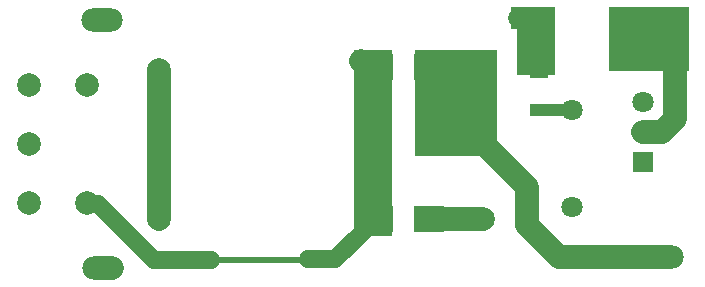
<source format=gbl>
G04*
G04 #@! TF.GenerationSoftware,Altium Limited,Altium Designer,22.10.1 (41)*
G04*
G04 Layer_Physical_Order=2*
G04 Layer_Color=16711680*
%FSLAX44Y44*%
%MOMM*%
G71*
G04*
G04 #@! TF.SameCoordinates,2E0DDC9F-B89A-4235-B925-374E8A91578C*
G04*
G04*
G04 #@! TF.FilePolarity,Positive*
G04*
G01*
G75*
%ADD16C,2.0000*%
%ADD17C,1.0000*%
%ADD18O,3.5000X2.0000*%
%ADD19R,1.8000X1.8000*%
%ADD20C,1.8000*%
%ADD21C,2.0000*%
%ADD22C,1.5000*%
%ADD23R,1.0000X1.6000*%
%ADD24R,2.5000X2.3000*%
%ADD25R,1.6000X1.0000*%
%ADD26R,1.8000X1.4500*%
%ADD27C,1.5000*%
%ADD28C,0.5000*%
%ADD29R,6.7348X5.3800*%
%ADD30R,3.5200X1.9100*%
%ADD31R,6.9042X9.0800*%
%ADD32R,3.2700X15.8400*%
%ADD33R,3.2900X5.7900*%
D16*
X195000Y20000D02*
X203100D01*
X242500Y62000D02*
Y188000D01*
X554400Y56750D02*
Y89000D01*
X581150Y30000D02*
X670000D01*
X554400Y56750D02*
X581150Y30000D01*
X652600Y135100D02*
X668384D01*
X680100Y146816D01*
Y208284D01*
X677500Y210884D02*
X680100Y208284D01*
X670000Y220000D02*
X677500D01*
Y210884D02*
Y220000D01*
X669200Y217400D02*
X673100Y221300D01*
X471500Y62000D02*
X517500D01*
X418484Y191600D02*
X427000D01*
X428500Y190100D01*
X414284Y195800D02*
X418484Y191600D01*
X509678Y133722D02*
X554400Y89000D01*
D17*
X568000Y154000D02*
X568300Y153700D01*
X592400D01*
X565000Y154000D02*
X568000D01*
D18*
X195300Y20000D02*
D03*
X195000Y230000D02*
D03*
X670000Y220000D02*
D03*
Y30000D02*
D03*
D19*
X652600Y109700D02*
D03*
D20*
Y135100D02*
D03*
Y160500D02*
D03*
X592400Y153700D02*
D03*
Y71700D02*
D03*
X670000Y30000D02*
D03*
Y220000D02*
D03*
X195000Y230000D02*
D03*
Y20000D02*
D03*
D21*
X242500Y188000D02*
D03*
X517500D02*
D03*
X182000Y75100D02*
D03*
Y175100D02*
D03*
X132500D02*
D03*
Y75100D02*
D03*
Y125100D02*
D03*
X242500Y62000D02*
D03*
X517500D02*
D03*
D22*
X546200Y231600D02*
D03*
D23*
X434000Y126100D02*
D03*
X466000D02*
D03*
D24*
X471500Y62000D02*
D03*
X428500D02*
D03*
Y190100D02*
D03*
X471500D02*
D03*
D25*
X565000Y154000D02*
D03*
Y186000D02*
D03*
D26*
X632750Y209450D02*
D03*
X567250D02*
D03*
X632750Y233950D02*
D03*
X567250D02*
D03*
D27*
X191257Y74143D02*
X238329Y27071D01*
X287155D01*
X392226Y27585D02*
X415500Y50860D01*
X369126Y27585D02*
X392226D01*
X420410Y59710D02*
X424350D01*
X415500Y50860D02*
Y54800D01*
X424350Y59710D02*
Y126500D01*
X415500Y54800D02*
X420410Y59710D01*
X182900Y74200D02*
X182957Y74143D01*
X191257D01*
X422700Y62000D02*
X428500D01*
D28*
X289213Y27071D02*
X368611D01*
X288184Y28100D02*
X289213Y27071D01*
D29*
X657424Y214300D02*
D03*
D30*
X558300Y231850D02*
D03*
D31*
X493979Y160300D02*
D03*
D32*
X424350Y126500D02*
D03*
D33*
X562350Y212450D02*
D03*
M02*

</source>
